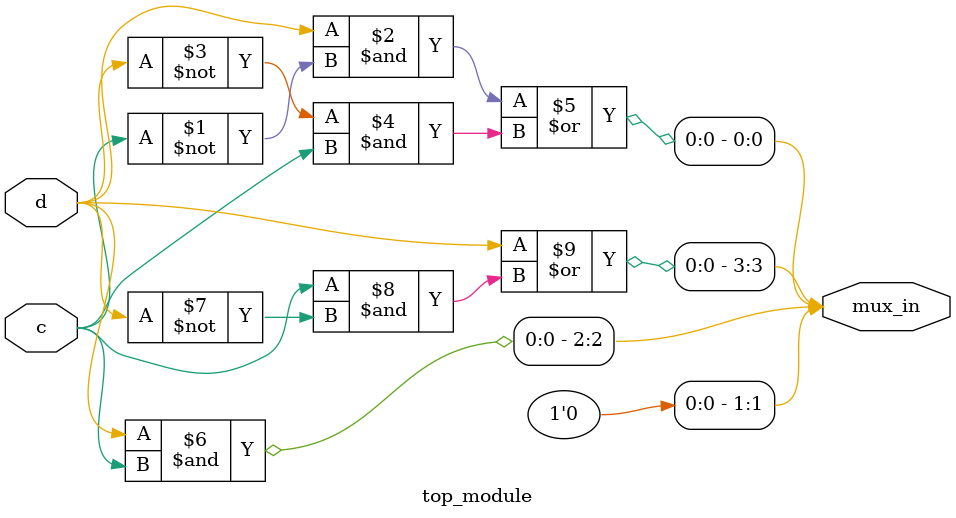
<source format=sv>
module top_module (
	input c,
	input d,
	output [3:0] mux_in
);
	// Karnaugh map implementation:
	//   ab
	// cd   00 01 11 10
	//  00 | 0 | 0 | 0 | 1 |
	//  01 | 1 | 0 | 0 | 0 |
	//  11 | 1 | 0 | 1 | 1 |
	//  10 | 1 | 0 | 0 | 1 |

	assign mux_in[0] = (d & ~c) | (~d & c);
	assign mux_in[1] = 0;
	assign mux_in[2] = (d & c);
	assign mux_in[3] = d | (c & ~d);

endmodule

</source>
